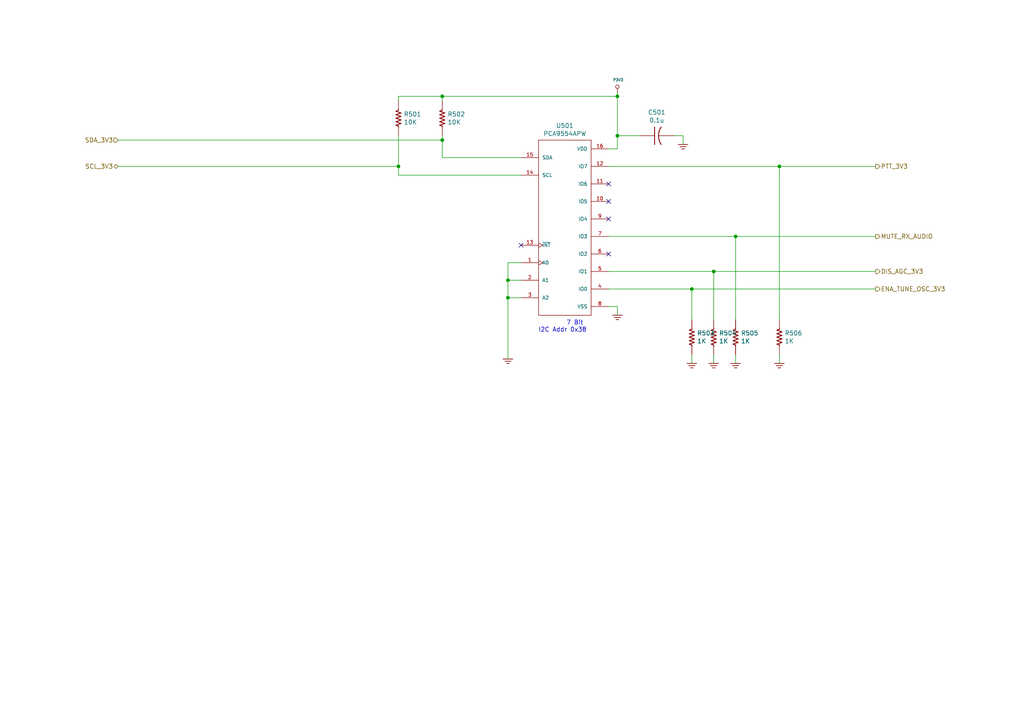
<source format=kicad_sch>
(kicad_sch (version 20211123) (generator eeschema)
  (paper "A4")
  (title_block (rev "X1"))
  (lib_symbols
    (symbol "custom:C_US_0805_0.1UF_X7R_10%_50V_HS" (pin_numbers hide) (pin_names (offset 0.254) hide)
      (property "Reference" "C" (at 1.27 2.54 0))
      (property "Value" "C_US_0805_0.1UF_X7R_10%_50V_HS" (at 1.27 -2.54 0))
      (symbol "C_US_0805_0.1UF_X7R_10%_50V_HS_0_1"
        (polyline (pts (xy -2.54 0.635) (xy 2.54 0.635) (xy 2.54 0.635)) (stroke (width 0.254)))
        (arc (start 2.54 -1.27) (mid 0 -0.5009) (end -2.54 -1.27) (stroke (width 0.254)))
      )
      (symbol "C_US_0805_0.1UF_X7R_10%_50V_HS_1_1"
        (pin passive line (at 0 5.08 270) (length 4.445) (name "~") (number "1"))
        (pin passive line (at 0 -5.08 90) (length 4.445) (name "~") (number "2"))
      )
    )
    (symbol "custom:GND_US" (power) (pin_names (offset 0))
      (symbol "GND_US_0_1"
        (polyline (pts (xy -1.397 0) (xy 1.397 0)) (stroke (width 0.2032)))
        (polyline (pts (xy -0.889 -0.635) (xy 0.889 -0.635)) (stroke (width 0.2032)))
        (polyline (pts (xy -0.381 -1.27) (xy 0.381 -1.27)) (stroke (width 0.2032)))
      )
      (symbol "GND_US_1_1"
        (pin power_in line (at 0 0 90) (length 0) hide (name "GND") (number "1"))
      )
    )
    (symbol "custom:P3V3" (power) (pin_names (offset 0))
      (property "Value" "P3V3" (at 0 2.794 0))
      (symbol "P3V3_0_0"
        (pin power_in line (at 0 0 90) (length 0) hide (name "P3V3") (number "1"))
      )
      (symbol "P3V3_0_1"
        (polyline (pts (xy 0 0) (xy 0 1.016) (xy 0 1.016)))
        (circle (center 0 1.524) (radius 0.508))
      )
    )
    (symbol "custom:PCA9554APW" (pin_names (offset 1.016))
      (property "Reference" "U" (at -5.08 27.94 0))
      (property "Value" "PCA9554APW" (at -5.08 30.48 0))
      (symbol "PCA9554APW_1_0"
        (polyline (pts (xy -7.62 -25.4) (xy -7.62 25.4)))
        (polyline (pts (xy -7.62 25.4) (xy 7.62 25.4)))
        (polyline (pts (xy 7.62 -25.4) (xy -7.62 -25.4)))
        (polyline (pts (xy 7.62 25.4) (xy 7.62 -25.4)))
      )
      (symbol "PCA9554APW_1_1"
        (pin input clock (at -12.7 -10.16 0) (length 5.08) (name "A0") (number "1"))
        (pin tri_state line (at 12.7 7.62 180) (length 5.08) (name "IO5") (number "10"))
        (pin tri_state line (at 12.7 12.7 180) (length 5.08) (name "IO6") (number "11"))
        (pin tri_state line (at 12.7 17.78 180) (length 5.08) (name "IO7") (number "12"))
        (pin open_collector clock (at -12.7 -5.08 0) (length 5.08) (name "~{INT}") (number "13"))
        (pin input line (at -12.7 15.24 0) (length 5.08) (name "SCL") (number "14"))
        (pin passive line (at -12.7 20.32 0) (length 5.08) (name "SDA") (number "15"))
        (pin power_in line (at 12.7 22.86 180) (length 5.08) (name "VDD") (number "16"))
        (pin input line (at -12.7 -15.24 0) (length 5.08) (name "A1") (number "2"))
        (pin input line (at -12.7 -20.32 0) (length 5.08) (name "A2") (number "3"))
        (pin tri_state line (at 12.7 -17.78 180) (length 5.08) (name "IO0") (number "4"))
        (pin tri_state line (at 12.7 -12.7 180) (length 5.08) (name "IO1") (number "5"))
        (pin tri_state line (at 12.7 -7.62 180) (length 5.08) (name "IO2") (number "6"))
        (pin tri_state line (at 12.7 -2.54 180) (length 5.08) (name "IO3") (number "7"))
        (pin power_in line (at 12.7 -22.86 180) (length 5.08) (name "VSS") (number "8"))
        (pin tri_state line (at 12.7 2.54 180) (length 5.08) (name "IO4") (number "9"))
      )
    )
    (symbol "custom:R_US_0805_1%_HS" (pin_numbers hide) (pin_names (offset 1.016) hide)
      (property "Reference" "R" (at 2.032 0 90))
      (property "Value" "R_US_0805_1%_HS" (at -2.032 0 90))
      (symbol "R_US_0805_1%_HS_0_0"
        (polyline (pts (xy 0 -2.54) (xy 0 -2.54) (xy 0 -2.286) (xy -0.762 -2.032) (xy 0.762 -1.524) (xy -0.762 -1.016) (xy 0.762 -0.508) (xy -0.762 0) (xy 0.762 0.508) (xy -0.762 1.016) (xy 0.762 1.524) (xy -0.762 2.032) (xy 0 2.286) (xy 0 2.54) (xy 0 2.54)) (stroke (width 0.254)))
      )
      (symbol "R_US_0805_1%_HS_1_1"
        (pin passive line (at 0 5.08 270) (length 2.54) (name "~") (number "1"))
        (pin passive line (at 0 -5.08 90) (length 2.54) (name "~") (number "2"))
      )
    )
  )
  (junction (at 128.27 27.94))
  (junction (at 213.36 68.58))
  (junction (at 226.06 48.26))
  (junction (at 147.32 86.36))
  (junction (at 179.07 39.37))
  (junction (at 147.32 81.28))
  (junction (at 200.66 83.82))
  (junction (at 115.57 48.26))
  (junction (at 179.07 27.94))
  (junction (at 128.27 40.64))
  (junction (at 207.01 78.74))
  (no_connect (at 176.53 73.66))
  (no_connect (at 176.53 58.42))
  (no_connect (at 176.53 63.5))
  (no_connect (at 151.13 71.12))
  (no_connect (at 176.53 53.34))
  (wire (pts (xy 179.07 39.37) (xy 179.07 27.94)))
  (wire (pts (xy 213.36 68.58) (xy 213.36 92.71)))
  (wire (pts (xy 147.32 86.36) (xy 147.32 104.14)))
  (wire (pts (xy 151.13 50.8) (xy 115.57 50.8)))
  (wire (pts (xy 179.07 27.94) (xy 128.27 27.94)))
  (wire (pts (xy 226.06 48.26) (xy 254 48.26)))
  (wire (pts (xy 207.01 78.74) (xy 254 78.74)))
  (wire (pts (xy 179.07 88.9) (xy 179.07 91.44)))
  (wire (pts (xy 176.53 88.9) (xy 179.07 88.9)))
  (wire (pts (xy 147.32 76.2) (xy 147.32 81.28)))
  (wire (pts (xy 226.06 102.87) (xy 226.06 105.41)))
  (wire (pts (xy 200.66 83.82) (xy 254 83.82)))
  (wire (pts (xy 115.57 39.37) (xy 115.57 48.26)))
  (wire (pts (xy 176.53 78.74) (xy 207.01 78.74)))
  (wire (pts (xy 213.36 102.87) (xy 213.36 105.41)))
  (wire (pts (xy 176.53 43.18) (xy 179.07 43.18)))
  (wire (pts (xy 151.13 76.2) (xy 147.32 76.2)))
  (wire (pts (xy 115.57 48.26) (xy 115.57 50.8)))
  (wire (pts (xy 128.27 29.21) (xy 128.27 27.94)))
  (wire (pts (xy 176.53 68.58) (xy 213.36 68.58)))
  (wire (pts (xy 179.07 43.18) (xy 179.07 39.37)))
  (wire (pts (xy 207.01 102.87) (xy 207.01 105.41)))
  (wire (pts (xy 198.12 39.37) (xy 198.12 41.91)))
  (wire (pts (xy 185.42 39.37) (xy 179.07 39.37)))
  (wire (pts (xy 176.53 48.26) (xy 226.06 48.26)))
  (wire (pts (xy 151.13 45.72) (xy 128.27 45.72)))
  (wire (pts (xy 151.13 86.36) (xy 147.32 86.36)))
  (wire (pts (xy 207.01 78.74) (xy 207.01 92.71)))
  (wire (pts (xy 176.53 83.82) (xy 200.66 83.82)))
  (wire (pts (xy 147.32 81.28) (xy 147.32 86.36)))
  (wire (pts (xy 200.66 102.87) (xy 200.66 105.41)))
  (wire (pts (xy 128.27 27.94) (xy 115.57 27.94)))
  (wire (pts (xy 34.29 48.26) (xy 115.57 48.26)))
  (wire (pts (xy 226.06 48.26) (xy 226.06 92.71)))
  (wire (pts (xy 213.36 68.58) (xy 254 68.58)))
  (wire (pts (xy 151.13 81.28) (xy 147.32 81.28)))
  (wire (pts (xy 115.57 27.94) (xy 115.57 29.21)))
  (wire (pts (xy 195.58 39.37) (xy 198.12 39.37)))
  (wire (pts (xy 179.07 27.94) (xy 179.07 26.67)))
  (wire (pts (xy 128.27 40.64) (xy 128.27 45.72)))
  (wire (pts (xy 200.66 83.82) (xy 200.66 92.71)))
  (wire (pts (xy 34.29 40.64) (xy 128.27 40.64)))
  (wire (pts (xy 128.27 39.37) (xy 128.27 40.64)))
  (text "7 Bit \nI2C Addr 0x38\n" (at 170.18 96.52 180) (effects (font (size 1.27 1.27)) (justify right bottom)))
  (hierarchical_label "SCL_3V3" (shape bidirectional) (at 34.29 48.26 180))
  (hierarchical_label "ENA_TUNE_OSC_3V3" (shape output) (at 254 83.82 0))
  (hierarchical_label "MUTE_RX_AUDIO" (shape output) (at 254 68.58 0))
  (hierarchical_label "DIS_AGC_3V3" (shape output) (at 254 78.74 0))
  (hierarchical_label "SDA_3V3" (shape input) (at 34.29 40.64 180))
  (hierarchical_label "PTT_3V3" (shape output) (at 254 48.26 0))
  (symbol (lib_id "custom:PCA9554APW") (at 163.83 66.04 0) (unit 1)
    (property "Reference" "U501" (at 163.83 36.449 0))
    (property "Value" "PCA9554APW" (at 163.83 38.7604 0))
    (property "Footprint" "Package_SO:TSSOP-16_4.4x5mm_P0.65mm" (effects hide))
    (property "PartNumber" "800237-101" (effects hide))
  )
  (symbol (lib_id "custom:GND_US") (at 179.07 91.44 0) (unit 1)
    (property "Reference" "#PWR0503" (effects hide))
    (property "Value" "GND_US" (effects hide))
  )
  (symbol (lib_id "custom:C_US_0805_0.1UF_X7R_10%_50V_HS") (at 190.5 39.37 90) (unit 1)
    (property "Reference" "C501" (at 190.5 32.5882 90))
    (property "Value" "0.1u" (at 190.5 34.8996 90))
    (property "Footprint" "Capacitor_SMD:C_0805_2012Metric_Pad1.15x1.40mm_HandSolder" (effects hide))
    (property "PartNumber" "800238-104" (effects hide))
  )
  (symbol (lib_id "custom:P3V3") (at 179.07 26.67 0) (unit 1)
    (property "Reference" "#PWR0501" (effects hide))
    (property "Value" "P3V3" (at 179.2986 23.1648 0) (effects (font (size 0.762 0.762))))
  )
  (symbol (lib_id "custom:GND_US") (at 198.12 41.91 0) (unit 1)
    (property "Reference" "#PWR0502" (effects hide))
    (property "Value" "GND_US" (effects hide))
  )
  (symbol (lib_id "custom:R_US_0805_1%_HS") (at 200.66 97.79 0) (unit 1)
    (property "Reference" "R503" (at 202.184 96.6216 0) (effects (justify left)))
    (property "Value" "1K" (at 202.184 98.933 0) (effects (justify left)))
    (property "Footprint" "Resistor_SMD:R_0805_2012Metric_Pad1.15x1.40mm_HandSolder" (effects hide))
    (property "PartNumber" "800235-102" (effects hide))
  )
  (symbol (lib_id "custom:R_US_0805_1%_HS") (at 207.01 97.79 0) (unit 1)
    (property "Reference" "R504" (at 208.534 96.6216 0) (effects (justify left)))
    (property "Value" "1K" (at 208.534 98.933 0) (effects (justify left)))
    (property "Footprint" "Resistor_SMD:R_0805_2012Metric_Pad1.15x1.40mm_HandSolder" (effects hide))
    (property "PartNumber" "800235-102" (effects hide))
  )
  (symbol (lib_id "custom:R_US_0805_1%_HS") (at 213.36 97.79 0) (unit 1)
    (property "Reference" "R505" (at 214.884 96.6216 0) (effects (justify left)))
    (property "Value" "1K" (at 214.884 98.933 0) (effects (justify left)))
    (property "Footprint" "Resistor_SMD:R_0805_2012Metric_Pad1.15x1.40mm_HandSolder" (effects hide))
    (property "PartNumber" "800235-102" (effects hide))
  )
  (symbol (lib_id "custom:R_US_0805_1%_HS") (at 226.06 97.79 0) (unit 1)
    (property "Reference" "R506" (at 227.584 96.6216 0) (effects (justify left)))
    (property "Value" "1K" (at 227.584 98.933 0) (effects (justify left)))
    (property "Footprint" "Resistor_SMD:R_0805_2012Metric_Pad1.15x1.40mm_HandSolder" (effects hide))
    (property "PartNumber" "800235-102" (effects hide))
  )
  (symbol (lib_id "custom:GND_US") (at 200.66 105.41 0) (unit 1)
    (property "Reference" "#PWR0505" (effects hide))
    (property "Value" "GND_US" (effects hide))
  )
  (symbol (lib_id "custom:GND_US") (at 207.01 105.41 0) (unit 1)
    (property "Reference" "#PWR0506" (effects hide))
    (property "Value" "GND_US" (effects hide))
  )
  (symbol (lib_id "custom:GND_US") (at 213.36 105.41 0) (unit 1)
    (property "Reference" "#PWR0507" (effects hide))
    (property "Value" "GND_US" (effects hide))
  )
  (symbol (lib_id "custom:GND_US") (at 226.06 105.41 0) (unit 1)
    (property "Reference" "#PWR0508" (effects hide))
    (property "Value" "GND_US" (effects hide))
  )
  (symbol (lib_id "custom:R_US_0805_1%_HS") (at 128.27 34.29 0) (unit 1)
    (property "Reference" "R502" (at 129.794 33.1216 0) (effects (justify left)))
    (property "Value" "10K" (at 129.794 35.433 0) (effects (justify left)))
    (property "Footprint" "Resistor_SMD:R_0805_2012Metric_Pad1.15x1.40mm_HandSolder" (effects hide))
    (property "PartNumber" "800235-103" (effects hide))
  )
  (symbol (lib_id "custom:R_US_0805_1%_HS") (at 115.57 34.29 0) (unit 1)
    (property "Reference" "R501" (at 117.094 33.1216 0) (effects (justify left)))
    (property "Value" "10K" (at 117.094 35.433 0) (effects (justify left)))
    (property "Footprint" "Resistor_SMD:R_0805_2012Metric_Pad1.15x1.40mm_HandSolder" (effects hide))
    (property "PartNumber" "800235-103" (effects hide))
  )
  (symbol (lib_id "custom:GND_US") (at 147.32 104.14 0) (unit 1)
    (property "Reference" "#PWR0504" (effects hide))
    (property "Value" "GND_US" (effects hide))
  )
)
</source>
